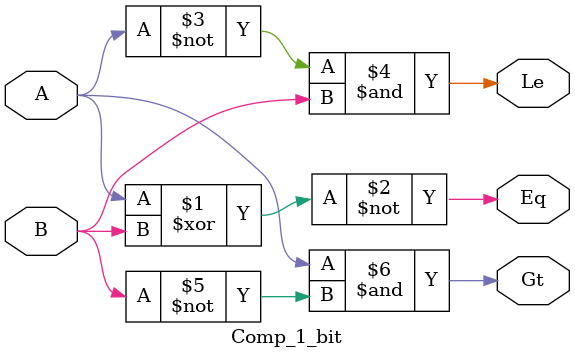
<source format=v>
`timescale 1ns / 1ps


module Comp_1_bit(A,B,Eq,Le,Gt);
input A,B;
output Eq,Le,Gt;
assign Eq=~(A ^ B);
assign Le= ~A & B;
assign Gt= A & ~B;

endmodule

</source>
